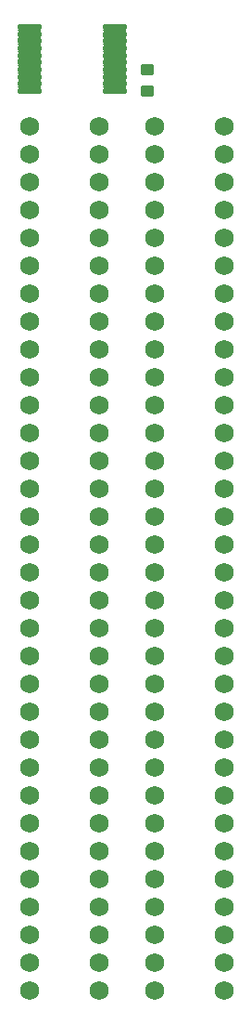
<source format=gbs>
G04 #@! TF.GenerationSoftware,KiCad,Pcbnew,(6.0.5)*
G04 #@! TF.CreationDate,2022-08-23T14:59:47-04:00*
G04 #@! TF.ProjectId,genesis-umd,67656e65-7369-4732-9d75-6d642e6b6963,2.2*
G04 #@! TF.SameCoordinates,Original*
G04 #@! TF.FileFunction,Soldermask,Bot*
G04 #@! TF.FilePolarity,Negative*
%FSLAX46Y46*%
G04 Gerber Fmt 4.6, Leading zero omitted, Abs format (unit mm)*
G04 Created by KiCad (PCBNEW (6.0.5)) date 2022-08-23 14:59:47*
%MOMM*%
%LPD*%
G01*
G04 APERTURE LIST*
G04 Aperture macros list*
%AMRoundRect*
0 Rectangle with rounded corners*
0 $1 Rounding radius*
0 $2 $3 $4 $5 $6 $7 $8 $9 X,Y pos of 4 corners*
0 Add a 4 corners polygon primitive as box body*
4,1,4,$2,$3,$4,$5,$6,$7,$8,$9,$2,$3,0*
0 Add four circle primitives for the rounded corners*
1,1,$1+$1,$2,$3*
1,1,$1+$1,$4,$5*
1,1,$1+$1,$6,$7*
1,1,$1+$1,$8,$9*
0 Add four rect primitives between the rounded corners*
20,1,$1+$1,$2,$3,$4,$5,0*
20,1,$1+$1,$4,$5,$6,$7,0*
20,1,$1+$1,$6,$7,$8,$9,0*
20,1,$1+$1,$8,$9,$2,$3,0*%
G04 Aperture macros list end*
%ADD10C,1.727200*%
%ADD11RoundRect,0.101600X0.500000X-0.400000X0.500000X0.400000X-0.500000X0.400000X-0.500000X-0.400000X0*%
%ADD12RoundRect,0.100000X-1.000000X-0.150000X1.000000X-0.150000X1.000000X0.150000X-1.000000X0.150000X0*%
G04 APERTURE END LIST*
D10*
X147320000Y-66040000D03*
X147320000Y-68580000D03*
X147320000Y-71120000D03*
X147320000Y-73660000D03*
X147320000Y-76200000D03*
X147320000Y-78740000D03*
X147320000Y-81280000D03*
X147320000Y-83820000D03*
X147320000Y-86360000D03*
X147320000Y-88900000D03*
X147320000Y-91440000D03*
X147320000Y-93980000D03*
X147320000Y-96520000D03*
X147320000Y-99060000D03*
X147320000Y-101600000D03*
X147320000Y-104140000D03*
X147320000Y-106680000D03*
X147320000Y-109220000D03*
X147320000Y-111760000D03*
X147320000Y-114300000D03*
X147320000Y-116840000D03*
X147320000Y-119380000D03*
X147320000Y-121920000D03*
X147320000Y-124460000D03*
X147320000Y-127000000D03*
X147320000Y-129540000D03*
X147320000Y-132080000D03*
X147320000Y-134620000D03*
X147320000Y-137160000D03*
X147320000Y-139700000D03*
X147320000Y-142240000D03*
X147320000Y-144780000D03*
X142240000Y-66040000D03*
X142240000Y-68580000D03*
X142240000Y-71120000D03*
X142240000Y-73660000D03*
X142240000Y-76200000D03*
X142240000Y-78740000D03*
X142240000Y-81280000D03*
X142240000Y-83820000D03*
X142240000Y-86360000D03*
X142240000Y-88900000D03*
X142240000Y-91440000D03*
X142240000Y-93980000D03*
X142240000Y-96520000D03*
X142240000Y-99060000D03*
X142240000Y-101600000D03*
X142240000Y-104140000D03*
X142240000Y-106680000D03*
X142240000Y-109220000D03*
X142240000Y-111760000D03*
X142240000Y-114300000D03*
X142240000Y-116840000D03*
X142240000Y-119380000D03*
X142240000Y-121920000D03*
X142240000Y-124460000D03*
X142240000Y-127000000D03*
X142240000Y-129540000D03*
X142240000Y-132080000D03*
X142240000Y-134620000D03*
X142240000Y-137160000D03*
X142240000Y-139700000D03*
X142240000Y-142240000D03*
X142240000Y-144780000D03*
X135890000Y-66040000D03*
X135890000Y-68580000D03*
X135890000Y-71120000D03*
X135890000Y-73660000D03*
X135890000Y-76200000D03*
X135890000Y-78740000D03*
X135890000Y-81280000D03*
X135890000Y-83820000D03*
X135890000Y-86360000D03*
X135890000Y-88900000D03*
X135890000Y-91440000D03*
X135890000Y-93980000D03*
X135890000Y-96520000D03*
X135890000Y-99060000D03*
X135890000Y-101600000D03*
X135890000Y-104140000D03*
X135890000Y-106680000D03*
X135890000Y-109220000D03*
X135890000Y-111760000D03*
X135890000Y-114300000D03*
X135890000Y-116840000D03*
X135890000Y-119380000D03*
X135890000Y-121920000D03*
X135890000Y-124460000D03*
X135890000Y-127000000D03*
X135890000Y-129540000D03*
X135890000Y-132080000D03*
X135890000Y-134620000D03*
X135890000Y-137160000D03*
X135890000Y-139700000D03*
X135890000Y-142240000D03*
X135890000Y-144780000D03*
X153670000Y-144780000D03*
X153670000Y-142240000D03*
X153670000Y-139700000D03*
X153670000Y-137160000D03*
X153670000Y-134620000D03*
X153670000Y-132080000D03*
X153670000Y-129540000D03*
X153670000Y-127000000D03*
X153670000Y-124460000D03*
X153670000Y-121920000D03*
X153670000Y-119380000D03*
X153670000Y-116840000D03*
X153670000Y-114300000D03*
X153670000Y-111760000D03*
X153670000Y-109220000D03*
X153670000Y-106680000D03*
X153670000Y-104140000D03*
X153670000Y-101600000D03*
X153670000Y-99060000D03*
X153670000Y-96520000D03*
X153670000Y-93980000D03*
X153670000Y-91440000D03*
X153670000Y-88900000D03*
X153670000Y-86360000D03*
X153670000Y-83820000D03*
X153670000Y-81280000D03*
X153670000Y-78740000D03*
X153670000Y-76200000D03*
X153670000Y-73660000D03*
X153670000Y-71120000D03*
X153670000Y-68580000D03*
X153670000Y-66040000D03*
D11*
X146685000Y-62849800D03*
X146685000Y-60949800D03*
D12*
X135890000Y-62865000D03*
X135890000Y-62215000D03*
X135890000Y-61565000D03*
X135890000Y-60915000D03*
X135890000Y-60265000D03*
X135890000Y-59615000D03*
X135890000Y-58965000D03*
X135890000Y-58315000D03*
X135890000Y-57665000D03*
X135890000Y-57015000D03*
X143690000Y-57015000D03*
X143690000Y-57665000D03*
X143690000Y-58315000D03*
X143690000Y-58965000D03*
X143690000Y-59615000D03*
X143690000Y-60265000D03*
X143690000Y-60915000D03*
X143690000Y-61565000D03*
X143690000Y-62215000D03*
X143690000Y-62865000D03*
G36*
X136952380Y-62442480D02*
G01*
X136951919Y-62443894D01*
X136912598Y-62490945D01*
X136903967Y-62559661D01*
X136933931Y-62622291D01*
X136942594Y-62629798D01*
X136943248Y-62631688D01*
X136941938Y-62633199D01*
X136940173Y-62632972D01*
X136927489Y-62624497D01*
X136889801Y-62617000D01*
X134890199Y-62617000D01*
X134852511Y-62624497D01*
X134830727Y-62639052D01*
X134828731Y-62639183D01*
X134827620Y-62637520D01*
X134828081Y-62636106D01*
X134867402Y-62589055D01*
X134876033Y-62520339D01*
X134846069Y-62457709D01*
X134837406Y-62450202D01*
X134836752Y-62448312D01*
X134838062Y-62446801D01*
X134839827Y-62447028D01*
X134852511Y-62455503D01*
X134890199Y-62463000D01*
X136889801Y-62463000D01*
X136927489Y-62455503D01*
X136949273Y-62440948D01*
X136951269Y-62440817D01*
X136952380Y-62442480D01*
G37*
G36*
X144752380Y-62442480D02*
G01*
X144751919Y-62443894D01*
X144712598Y-62490945D01*
X144703967Y-62559661D01*
X144733931Y-62622291D01*
X144742594Y-62629798D01*
X144743248Y-62631688D01*
X144741938Y-62633199D01*
X144740173Y-62632972D01*
X144727489Y-62624497D01*
X144689801Y-62617000D01*
X142690199Y-62617000D01*
X142652511Y-62624497D01*
X142630727Y-62639052D01*
X142628731Y-62639183D01*
X142627620Y-62637520D01*
X142628081Y-62636106D01*
X142667402Y-62589055D01*
X142676033Y-62520339D01*
X142646069Y-62457709D01*
X142637406Y-62450202D01*
X142636752Y-62448312D01*
X142638062Y-62446801D01*
X142639827Y-62447028D01*
X142652511Y-62455503D01*
X142690199Y-62463000D01*
X144689801Y-62463000D01*
X144727489Y-62455503D01*
X144749273Y-62440948D01*
X144751269Y-62440817D01*
X144752380Y-62442480D01*
G37*
G36*
X144752380Y-61792480D02*
G01*
X144751919Y-61793894D01*
X144712598Y-61840945D01*
X144703967Y-61909661D01*
X144733931Y-61972291D01*
X144742594Y-61979798D01*
X144743248Y-61981688D01*
X144741938Y-61983199D01*
X144740173Y-61982972D01*
X144727489Y-61974497D01*
X144689801Y-61967000D01*
X142690199Y-61967000D01*
X142652511Y-61974497D01*
X142630727Y-61989052D01*
X142628731Y-61989183D01*
X142627620Y-61987520D01*
X142628081Y-61986106D01*
X142667402Y-61939055D01*
X142676033Y-61870339D01*
X142646069Y-61807709D01*
X142637406Y-61800202D01*
X142636752Y-61798312D01*
X142638062Y-61796801D01*
X142639827Y-61797028D01*
X142652511Y-61805503D01*
X142690199Y-61813000D01*
X144689801Y-61813000D01*
X144727489Y-61805503D01*
X144749273Y-61790948D01*
X144751269Y-61790817D01*
X144752380Y-61792480D01*
G37*
G36*
X136952380Y-61792480D02*
G01*
X136951919Y-61793894D01*
X136912598Y-61840945D01*
X136903967Y-61909661D01*
X136933931Y-61972291D01*
X136942594Y-61979798D01*
X136943248Y-61981688D01*
X136941938Y-61983199D01*
X136940173Y-61982972D01*
X136927489Y-61974497D01*
X136889801Y-61967000D01*
X134890199Y-61967000D01*
X134852511Y-61974497D01*
X134830727Y-61989052D01*
X134828731Y-61989183D01*
X134827620Y-61987520D01*
X134828081Y-61986106D01*
X134867402Y-61939055D01*
X134876033Y-61870339D01*
X134846069Y-61807709D01*
X134837406Y-61800202D01*
X134836752Y-61798312D01*
X134838062Y-61796801D01*
X134839827Y-61797028D01*
X134852511Y-61805503D01*
X134890199Y-61813000D01*
X136889801Y-61813000D01*
X136927489Y-61805503D01*
X136949273Y-61790948D01*
X136951269Y-61790817D01*
X136952380Y-61792480D01*
G37*
G36*
X144752380Y-61142480D02*
G01*
X144751919Y-61143894D01*
X144712598Y-61190945D01*
X144703967Y-61259661D01*
X144733931Y-61322291D01*
X144742594Y-61329798D01*
X144743248Y-61331688D01*
X144741938Y-61333199D01*
X144740173Y-61332972D01*
X144727489Y-61324497D01*
X144689801Y-61317000D01*
X142690199Y-61317000D01*
X142652511Y-61324497D01*
X142630727Y-61339052D01*
X142628731Y-61339183D01*
X142627620Y-61337520D01*
X142628081Y-61336106D01*
X142667402Y-61289055D01*
X142676033Y-61220339D01*
X142646069Y-61157709D01*
X142637406Y-61150202D01*
X142636752Y-61148312D01*
X142638062Y-61146801D01*
X142639827Y-61147028D01*
X142652511Y-61155503D01*
X142690199Y-61163000D01*
X144689801Y-61163000D01*
X144727489Y-61155503D01*
X144749273Y-61140948D01*
X144751269Y-61140817D01*
X144752380Y-61142480D01*
G37*
G36*
X136952380Y-61142480D02*
G01*
X136951919Y-61143894D01*
X136912598Y-61190945D01*
X136903967Y-61259661D01*
X136933931Y-61322291D01*
X136942594Y-61329798D01*
X136943248Y-61331688D01*
X136941938Y-61333199D01*
X136940173Y-61332972D01*
X136927489Y-61324497D01*
X136889801Y-61317000D01*
X134890199Y-61317000D01*
X134852511Y-61324497D01*
X134830727Y-61339052D01*
X134828731Y-61339183D01*
X134827620Y-61337520D01*
X134828081Y-61336106D01*
X134867402Y-61289055D01*
X134876033Y-61220339D01*
X134846069Y-61157709D01*
X134837406Y-61150202D01*
X134836752Y-61148312D01*
X134838062Y-61146801D01*
X134839827Y-61147028D01*
X134852511Y-61155503D01*
X134890199Y-61163000D01*
X136889801Y-61163000D01*
X136927489Y-61155503D01*
X136949273Y-61140948D01*
X136951269Y-61140817D01*
X136952380Y-61142480D01*
G37*
G36*
X144752380Y-60492480D02*
G01*
X144751919Y-60493894D01*
X144712598Y-60540945D01*
X144703967Y-60609661D01*
X144733931Y-60672291D01*
X144742594Y-60679798D01*
X144743248Y-60681688D01*
X144741938Y-60683199D01*
X144740173Y-60682972D01*
X144727489Y-60674497D01*
X144689801Y-60667000D01*
X142690199Y-60667000D01*
X142652511Y-60674497D01*
X142630727Y-60689052D01*
X142628731Y-60689183D01*
X142627620Y-60687520D01*
X142628081Y-60686106D01*
X142667402Y-60639055D01*
X142676033Y-60570339D01*
X142646069Y-60507709D01*
X142637406Y-60500202D01*
X142636752Y-60498312D01*
X142638062Y-60496801D01*
X142639827Y-60497028D01*
X142652511Y-60505503D01*
X142690199Y-60513000D01*
X144689801Y-60513000D01*
X144727489Y-60505503D01*
X144749273Y-60490948D01*
X144751269Y-60490817D01*
X144752380Y-60492480D01*
G37*
G36*
X136952380Y-60492480D02*
G01*
X136951919Y-60493894D01*
X136912598Y-60540945D01*
X136903967Y-60609661D01*
X136933931Y-60672291D01*
X136942594Y-60679798D01*
X136943248Y-60681688D01*
X136941938Y-60683199D01*
X136940173Y-60682972D01*
X136927489Y-60674497D01*
X136889801Y-60667000D01*
X134890199Y-60667000D01*
X134852511Y-60674497D01*
X134830727Y-60689052D01*
X134828731Y-60689183D01*
X134827620Y-60687520D01*
X134828081Y-60686106D01*
X134867402Y-60639055D01*
X134876033Y-60570339D01*
X134846069Y-60507709D01*
X134837406Y-60500202D01*
X134836752Y-60498312D01*
X134838062Y-60496801D01*
X134839827Y-60497028D01*
X134852511Y-60505503D01*
X134890199Y-60513000D01*
X136889801Y-60513000D01*
X136927489Y-60505503D01*
X136949273Y-60490948D01*
X136951269Y-60490817D01*
X136952380Y-60492480D01*
G37*
G36*
X136952380Y-59842480D02*
G01*
X136951919Y-59843894D01*
X136912598Y-59890945D01*
X136903967Y-59959661D01*
X136933931Y-60022291D01*
X136942594Y-60029798D01*
X136943248Y-60031688D01*
X136941938Y-60033199D01*
X136940173Y-60032972D01*
X136927489Y-60024497D01*
X136889801Y-60017000D01*
X134890199Y-60017000D01*
X134852511Y-60024497D01*
X134830727Y-60039052D01*
X134828731Y-60039183D01*
X134827620Y-60037520D01*
X134828081Y-60036106D01*
X134867402Y-59989055D01*
X134876033Y-59920339D01*
X134846069Y-59857709D01*
X134837406Y-59850202D01*
X134836752Y-59848312D01*
X134838062Y-59846801D01*
X134839827Y-59847028D01*
X134852511Y-59855503D01*
X134890199Y-59863000D01*
X136889801Y-59863000D01*
X136927489Y-59855503D01*
X136949273Y-59840948D01*
X136951269Y-59840817D01*
X136952380Y-59842480D01*
G37*
G36*
X144752380Y-59842480D02*
G01*
X144751919Y-59843894D01*
X144712598Y-59890945D01*
X144703967Y-59959661D01*
X144733931Y-60022291D01*
X144742594Y-60029798D01*
X144743248Y-60031688D01*
X144741938Y-60033199D01*
X144740173Y-60032972D01*
X144727489Y-60024497D01*
X144689801Y-60017000D01*
X142690199Y-60017000D01*
X142652511Y-60024497D01*
X142630727Y-60039052D01*
X142628731Y-60039183D01*
X142627620Y-60037520D01*
X142628081Y-60036106D01*
X142667402Y-59989055D01*
X142676033Y-59920339D01*
X142646069Y-59857709D01*
X142637406Y-59850202D01*
X142636752Y-59848312D01*
X142638062Y-59846801D01*
X142639827Y-59847028D01*
X142652511Y-59855503D01*
X142690199Y-59863000D01*
X144689801Y-59863000D01*
X144727489Y-59855503D01*
X144749273Y-59840948D01*
X144751269Y-59840817D01*
X144752380Y-59842480D01*
G37*
G36*
X136952380Y-59192480D02*
G01*
X136951919Y-59193894D01*
X136912598Y-59240945D01*
X136903967Y-59309661D01*
X136933931Y-59372291D01*
X136942594Y-59379798D01*
X136943248Y-59381688D01*
X136941938Y-59383199D01*
X136940173Y-59382972D01*
X136927489Y-59374497D01*
X136889801Y-59367000D01*
X134890199Y-59367000D01*
X134852511Y-59374497D01*
X134830727Y-59389052D01*
X134828731Y-59389183D01*
X134827620Y-59387520D01*
X134828081Y-59386106D01*
X134867402Y-59339055D01*
X134876033Y-59270339D01*
X134846069Y-59207709D01*
X134837406Y-59200202D01*
X134836752Y-59198312D01*
X134838062Y-59196801D01*
X134839827Y-59197028D01*
X134852511Y-59205503D01*
X134890199Y-59213000D01*
X136889801Y-59213000D01*
X136927489Y-59205503D01*
X136949273Y-59190948D01*
X136951269Y-59190817D01*
X136952380Y-59192480D01*
G37*
G36*
X144752380Y-59192480D02*
G01*
X144751919Y-59193894D01*
X144712598Y-59240945D01*
X144703967Y-59309661D01*
X144733931Y-59372291D01*
X144742594Y-59379798D01*
X144743248Y-59381688D01*
X144741938Y-59383199D01*
X144740173Y-59382972D01*
X144727489Y-59374497D01*
X144689801Y-59367000D01*
X142690199Y-59367000D01*
X142652511Y-59374497D01*
X142630727Y-59389052D01*
X142628731Y-59389183D01*
X142627620Y-59387520D01*
X142628081Y-59386106D01*
X142667402Y-59339055D01*
X142676033Y-59270339D01*
X142646069Y-59207709D01*
X142637406Y-59200202D01*
X142636752Y-59198312D01*
X142638062Y-59196801D01*
X142639827Y-59197028D01*
X142652511Y-59205503D01*
X142690199Y-59213000D01*
X144689801Y-59213000D01*
X144727489Y-59205503D01*
X144749273Y-59190948D01*
X144751269Y-59190817D01*
X144752380Y-59192480D01*
G37*
G36*
X136952380Y-58542480D02*
G01*
X136951919Y-58543894D01*
X136912598Y-58590945D01*
X136903967Y-58659661D01*
X136933931Y-58722291D01*
X136942594Y-58729798D01*
X136943248Y-58731688D01*
X136941938Y-58733199D01*
X136940173Y-58732972D01*
X136927489Y-58724497D01*
X136889801Y-58717000D01*
X134890199Y-58717000D01*
X134852511Y-58724497D01*
X134830727Y-58739052D01*
X134828731Y-58739183D01*
X134827620Y-58737520D01*
X134828081Y-58736106D01*
X134867402Y-58689055D01*
X134876033Y-58620339D01*
X134846069Y-58557709D01*
X134837406Y-58550202D01*
X134836752Y-58548312D01*
X134838062Y-58546801D01*
X134839827Y-58547028D01*
X134852511Y-58555503D01*
X134890199Y-58563000D01*
X136889801Y-58563000D01*
X136927489Y-58555503D01*
X136949273Y-58540948D01*
X136951269Y-58540817D01*
X136952380Y-58542480D01*
G37*
G36*
X144752380Y-58542480D02*
G01*
X144751919Y-58543894D01*
X144712598Y-58590945D01*
X144703967Y-58659661D01*
X144733931Y-58722291D01*
X144742594Y-58729798D01*
X144743248Y-58731688D01*
X144741938Y-58733199D01*
X144740173Y-58732972D01*
X144727489Y-58724497D01*
X144689801Y-58717000D01*
X142690199Y-58717000D01*
X142652511Y-58724497D01*
X142630727Y-58739052D01*
X142628731Y-58739183D01*
X142627620Y-58737520D01*
X142628081Y-58736106D01*
X142667402Y-58689055D01*
X142676033Y-58620339D01*
X142646069Y-58557709D01*
X142637406Y-58550202D01*
X142636752Y-58548312D01*
X142638062Y-58546801D01*
X142639827Y-58547028D01*
X142652511Y-58555503D01*
X142690199Y-58563000D01*
X144689801Y-58563000D01*
X144727489Y-58555503D01*
X144749273Y-58540948D01*
X144751269Y-58540817D01*
X144752380Y-58542480D01*
G37*
G36*
X136952380Y-57892480D02*
G01*
X136951919Y-57893894D01*
X136912598Y-57940945D01*
X136903967Y-58009661D01*
X136933931Y-58072291D01*
X136942594Y-58079798D01*
X136943248Y-58081688D01*
X136941938Y-58083199D01*
X136940173Y-58082972D01*
X136927489Y-58074497D01*
X136889801Y-58067000D01*
X134890199Y-58067000D01*
X134852511Y-58074497D01*
X134830727Y-58089052D01*
X134828731Y-58089183D01*
X134827620Y-58087520D01*
X134828081Y-58086106D01*
X134867402Y-58039055D01*
X134876033Y-57970339D01*
X134846069Y-57907709D01*
X134837406Y-57900202D01*
X134836752Y-57898312D01*
X134838062Y-57896801D01*
X134839827Y-57897028D01*
X134852511Y-57905503D01*
X134890199Y-57913000D01*
X136889801Y-57913000D01*
X136927489Y-57905503D01*
X136949273Y-57890948D01*
X136951269Y-57890817D01*
X136952380Y-57892480D01*
G37*
G36*
X144752380Y-57892480D02*
G01*
X144751919Y-57893894D01*
X144712598Y-57940945D01*
X144703967Y-58009661D01*
X144733931Y-58072291D01*
X144742594Y-58079798D01*
X144743248Y-58081688D01*
X144741938Y-58083199D01*
X144740173Y-58082972D01*
X144727489Y-58074497D01*
X144689801Y-58067000D01*
X142690199Y-58067000D01*
X142652511Y-58074497D01*
X142630727Y-58089052D01*
X142628731Y-58089183D01*
X142627620Y-58087520D01*
X142628081Y-58086106D01*
X142667402Y-58039055D01*
X142676033Y-57970339D01*
X142646069Y-57907709D01*
X142637406Y-57900202D01*
X142636752Y-57898312D01*
X142638062Y-57896801D01*
X142639827Y-57897028D01*
X142652511Y-57905503D01*
X142690199Y-57913000D01*
X144689801Y-57913000D01*
X144727489Y-57905503D01*
X144749273Y-57890948D01*
X144751269Y-57890817D01*
X144752380Y-57892480D01*
G37*
G36*
X136952380Y-57242480D02*
G01*
X136951919Y-57243894D01*
X136912598Y-57290945D01*
X136903967Y-57359661D01*
X136933931Y-57422291D01*
X136942594Y-57429798D01*
X136943248Y-57431688D01*
X136941938Y-57433199D01*
X136940173Y-57432972D01*
X136927489Y-57424497D01*
X136889801Y-57417000D01*
X134890199Y-57417000D01*
X134852511Y-57424497D01*
X134830727Y-57439052D01*
X134828731Y-57439183D01*
X134827620Y-57437520D01*
X134828081Y-57436106D01*
X134867402Y-57389055D01*
X134876033Y-57320339D01*
X134846069Y-57257709D01*
X134837406Y-57250202D01*
X134836752Y-57248312D01*
X134838062Y-57246801D01*
X134839827Y-57247028D01*
X134852511Y-57255503D01*
X134890199Y-57263000D01*
X136889801Y-57263000D01*
X136927489Y-57255503D01*
X136949273Y-57240948D01*
X136951269Y-57240817D01*
X136952380Y-57242480D01*
G37*
G36*
X144752380Y-57242480D02*
G01*
X144751919Y-57243894D01*
X144712598Y-57290945D01*
X144703967Y-57359661D01*
X144733931Y-57422291D01*
X144742594Y-57429798D01*
X144743248Y-57431688D01*
X144741938Y-57433199D01*
X144740173Y-57432972D01*
X144727489Y-57424497D01*
X144689801Y-57417000D01*
X142690199Y-57417000D01*
X142652511Y-57424497D01*
X142630727Y-57439052D01*
X142628731Y-57439183D01*
X142627620Y-57437520D01*
X142628081Y-57436106D01*
X142667402Y-57389055D01*
X142676033Y-57320339D01*
X142646069Y-57257709D01*
X142637406Y-57250202D01*
X142636752Y-57248312D01*
X142638062Y-57246801D01*
X142639827Y-57247028D01*
X142652511Y-57255503D01*
X142690199Y-57263000D01*
X144689801Y-57263000D01*
X144727489Y-57255503D01*
X144749273Y-57240948D01*
X144751269Y-57240817D01*
X144752380Y-57242480D01*
G37*
M02*

</source>
